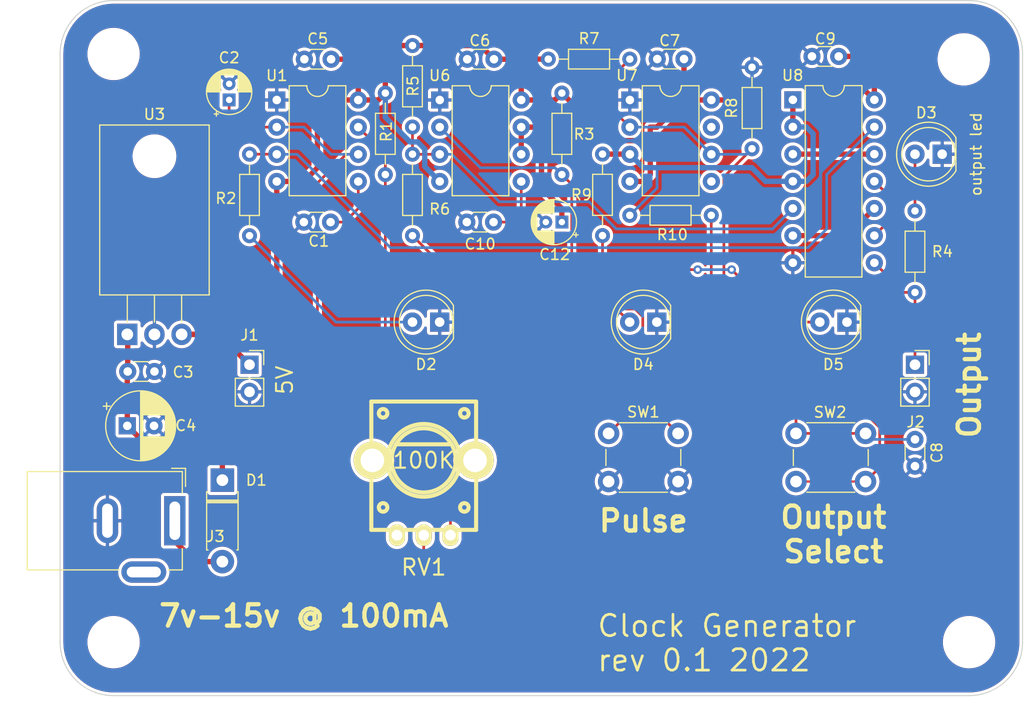
<source format=kicad_pcb>
(kicad_pcb (version 20220308) (generator pcbnew)
  (layers (0 "F.Cu" signal) (31 "B.Cu" signal) (34 "B.Paste" user) (35 "F.Paste" user) (36 "B.SilkS" user "B.Silkscreen") (37 "F.SilkS" user "F.Silkscreen") (38 "B.Mask" user) (39 "F.Mask" user) (44 "Edge.Cuts" user))
  (net 0 "")
  (net 1 "GND")
  (net 2 "Net-(U1-CV)")
  (net 3 "Net-(U1-THR)")
  (net 4 "Net-(D4-A)")
  (net 5 "+5V")
  (net 6 "/clock_out")
  (net 7 "/manual_out")
  (net 8 "/select_pulse")
  (net 9 "/output")
  (net 10 "VCC")
  (net 11 "Net-(U1-DIS)")
  (net 12 "Net-(C8-Pad1)")
  (net 13 "Net-(D1-K)")
  (net 14 "Net-(U6-CV)")
  (net 15 "Net-(U6-DIS)")
  (net 18 "Net-(D2-A)")
  (net 20 "Net-(U6-TR)")
  (net 22 "Net-(D5-A)")
  (net 23 "Net-(U8-Pad12)")
  (net 24 "Net-(U8-Pad10)")
  (net 25 "Net-(U8-Pad11)")
  (net 26 "Net-(D3-A)")
  (net 27 "Net-(U7-THR)")
  (footprint "Resistor_THT:R_Axial_DIN0204_L3.6mm_D1.6mm_P7.62mm_Horizontal" (layer "F.Cu") (at 125.72 39.36 -90)
    (fp_text reference "R9" (at 3.81 1.97 -180) (layer "F.SilkS"))
    (fp_text value "1K")
    (pad "1" thru_hole circle (at 0 0 270) (size 1.4 1.4) (drill 0.7) (layers *.Cu *.Mask) (net 8 "/select_pulse"))
    (pad "2" thru_hole oval (at 7.62 0 270) (size 1.4 1.4) (drill 0.7) (layers *.Cu *.Mask) (net 22 "Net-(D5-A)"))
  )
  (footprint "Button_Switch_THT:SW_PUSH_6mm_H5mm" (layer "F.Cu") (at 150.316 69.98 180)
    (fp_text reference "SW2" (at 3.316 6.48) (layer "F.SilkS"))
    (fp_text value "SW_Push")
    (pad "1" thru_hole circle (at 0 0 270) (size 2 2) (drill 1.1) (layers *.Cu *.Mask) (net 27 "Net-(U7-THR)"))
    (pad "1" thru_hole circle (at 6.5 0 270) (size 2 2) (drill 1.1) (layers *.Cu *.Mask) (net 27 "Net-(U7-THR)"))
    (pad "2" thru_hole circle (at 0 4.5 270) (size 2 2) (drill 1.1) (layers *.Cu *.Mask) (net 12 "Net-(C8-Pad1)"))
    (pad "2" thru_hole circle (at 6.5 4.5 270) (size 2 2) (drill 1.1) (layers *.Cu *.Mask) (net 12 "Net-(C8-Pad1)"))
  )
  (footprint "Package_TO_SOT_THT:TO-220-3_Horizontal_TabDown" (layer "F.Cu") (at 81.28 56.22)
    (fp_text reference "U3" (at 2.54 -20.58) (layer "F.SilkS"))
    (fp_text value "L7805_J")
    (pad "" np_thru_hole oval (at 2.54 -16.66) (size 3.5 3.5) (drill 3.5) (layers *.Cu *.Mask))
    (pad "1" thru_hole rect (at 0 0) (size 1.905 2) (drill 1.1) (layers *.Cu *.Mask) (net 13 "Net-(D1-K)"))
    (pad "2" thru_hole oval (at 2.54 0) (size 1.905 2) (drill 1.1) (layers *.Cu *.Mask) (net 1 "GND"))
    (pad "3" thru_hole oval (at 5.08 0) (size 1.905 2) (drill 1.1) (layers *.Cu *.Mask) (net 5 "+5V"))
  )
  (footprint "Capacitor_THT:CP_Radial_D4.0mm_P1.50mm" (layer "F.Cu") (at 90.805 34.29 90)
    (fp_text reference "C2" (at 3.937 0) (layer "F.SilkS"))
    (fp_text value "4.7uF")
    (pad "1" thru_hole rect (at 0 0 90) (size 1.2 1.2) (drill 0.6) (layers *.Cu *.Mask) (net 3 "Net-(U1-THR)"))
    (pad "2" thru_hole circle (at 1.5 0 90) (size 1.2 1.2) (drill 0.6) (layers *.Cu *.Mask) (net 1 "GND"))
  )
  (footprint "LED_THT:LED_D5.0mm" (layer "F.Cu") (at 110.49 55.07 180)
    (fp_text reference "D2" (at 1.27 -3.96) (layer "F.SilkS"))
    (fp_text value "LED")
    (pad "1" thru_hole rect (at 0 0 180) (size 1.8 1.8) (drill 0.9) (layers *.Cu *.Mask) (net 1 "GND"))
    (pad "2" thru_hole circle (at 2.54 0 180) (size 1.8 1.8) (drill 0.9) (layers *.Cu *.Mask) (net 18 "Net-(D2-A)"))
  )
  (footprint "MountingHole:MountingHole_4.3mm_M4" (layer "F.Cu") (at 159.5 30.5)
    (fp_text reference "H3" hide)
    (fp_text value "MountingHole")
    (pad "" np_thru_hole circle (at 0 0) (size 4.3 4.3) (drill 4.3) (layers *.Cu *.Mask))
  )
  (footprint "Capacitor_THT:C_Disc_D3.0mm_W1.6mm_P2.50mm" (layer "F.Cu") (at 115.53 45.72 180)
    (fp_text reference "C10" (at 1.25 -2.05) (layer "F.SilkS"))
    (fp_text value "0.01uF")
    (pad "1" thru_hole circle (at 0 0 180) (size 1.6 1.6) (drill 0.8) (layers *.Cu *.Mask) (net 14 "Net-(U6-CV)"))
    (pad "2" thru_hole circle (at 2.5 0 180) (size 1.6 1.6) (drill 0.8) (layers *.Cu *.Mask) (net 1 "GND"))
  )
  (footprint "Resistor_THT:R_Axial_DIN0204_L3.6mm_D1.6mm_P7.62mm_Horizontal" (layer "F.Cu") (at 128.27 45.085)
    (fp_text reference "R10" (at 3.98 1.81) (layer "F.SilkS"))
    (fp_text value "51K")
    (pad "1" thru_hole circle (at 0 0) (size 1.4 1.4) (drill 0.7) (layers *.Cu *.Mask) (net 8 "/select_pulse"))
    (pad "2" thru_hole oval (at 7.62 0) (size 1.4 1.4) (drill 0.7) (layers *.Cu *.Mask) (net 12 "Net-(C8-Pad1)"))
  )
  (footprint "MountingHole:MountingHole_4.3mm_M4" (layer "F.Cu") (at 80 85)
    (fp_text reference "H1" hide)
    (fp_text value "MountingHole")
    (pad "" np_thru_hole circle (at 0 0) (size 4.3 4.3) (drill 4.3) (layers *.Cu *.Mask))
  )
  (footprint "Connector_BarrelJack:BarrelJack_GCT_DCJ200-10-A_Horizontal" (layer "F.Cu") (at 85.725 73.645 -90)
    (fp_text reference "J3" (at 1.47 -3.81 -180) (layer "F.SilkS"))
    (fp_text value "DC Input")
    (pad "1" thru_hole rect (at 0 0 270) (size 4.6 2) (drill oval 3.6 1) (layers *.Cu *.Mask) (net 10 "VCC"))
    (pad "2" thru_hole oval (at 0 6.3 270) (size 4.2 2) (drill oval 3.2 1) (layers *.Cu *.Mask) (net 1 "GND"))
    (pad "3" thru_hole oval (at 4.8 2.9 270) (size 2 4.2) (drill oval 1 3.2) (layers *.Cu *.Mask))
  )
  (footprint "Capacitor_THT:C_Disc_D3.0mm_W1.6mm_P2.50mm" (layer "F.Cu") (at 100.34 30.49 180)
    (fp_text reference "C5" (at 1.25 1.905) (layer "F.SilkS"))
    (fp_text value ".1uF")
    (pad "1" thru_hole circle (at 0 0 180) (size 1.6 1.6) (drill 0.8) (layers *.Cu *.Mask) (net 5 "+5V"))
    (pad "2" thru_hole circle (at 2.5 0 180) (size 1.6 1.6) (drill 0.8) (layers *.Cu *.Mask) (net 1 "GND"))
  )
  (footprint "Resistor_THT:R_Axial_DIN0204_L3.6mm_D1.6mm_P7.62mm_Horizontal" (layer "F.Cu") (at 107.95 39.37 -90)
    (fp_text reference "R6" (at 5.13 -2.55 -180) (layer "F.SilkS"))
    (fp_text value "1K")
    (pad "1" thru_hole circle (at 0 0 270) (size 1.4 1.4) (drill 0.7) (layers *.Cu *.Mask) (net 7 "/manual_out"))
    (pad "2" thru_hole oval (at 7.62 0 270) (size 1.4 1.4) (drill 0.7) (layers *.Cu *.Mask) (net 4 "Net-(D4-A)"))
  )
  (footprint "Capacitor_THT:CP_Radial_D6.3mm_P2.50mm" (layer "F.Cu") (at 81.28 64.77)
    (fp_text reference "C3" (at 5.22 -5.02) (layer "F.SilkS"))
    (fp_text value "470")
    (pad "1" thru_hole rect (at 0 0) (size 1.6 1.6) (drill 0.8) (layers *.Cu *.Mask) (net 13 "Net-(D1-K)"))
    (pad "2" thru_hole circle (at 2.5 0) (size 1.6 1.6) (drill 0.8) (layers *.Cu *.Mask) (net 1 "GND"))
  )
  (footprint "Package_DIP:DIP-8_W7.62mm" (layer "F.Cu") (at 110.5 34.3)
    (fp_text reference "U6" (at 0 -2.286) (layer "F.SilkS"))
    (fp_text value "NE555P")
    (pad "1" thru_hole rect (at 0 0) (size 1.6 1.6) (drill 0.8) (layers *.Cu *.Mask) (net 1 "GND"))
    (pad "2" thru_hole oval (at 0 2.54) (size 1.6 1.6) (drill 0.8) (layers *.Cu *.Mask) (net 20 "Net-(U6-TR)"))
    (pad "3" thru_hole oval (at 0 5.08) (size 1.6 1.6) (drill 0.8) (layers *.Cu *.Mask) (net 7 "/manual_out"))
    (pad "4" thru_hole oval (at 0 7.62) (size 1.6 1.6) (drill 0.8) (layers *.Cu *.Mask) (net 5 "+5V"))
    (pad "5" thru_hole oval (at 7.62 7.62) (size 1.6 1.6) (drill 0.8) (layers *.Cu *.Mask) (net 14 "Net-(U6-CV)"))
    (pad "6" thru_hole oval (at 7.62 5.08) (size 1.6 1.6) (drill 0.8) (layers *.Cu *.Mask) (net 15 "Net-(U6-DIS)"))
    (pad "7" thru_hole oval (at 7.62 2.54) (size 1.6 1.6) (drill 0.8) (layers *.Cu *.Mask) (net 15 "Net-(U6-DIS)"))
    (pad "8" thru_hole oval (at 7.62 0) (size 1.6 1.6) (drill 0.8) (layers *.Cu *.Mask) (net 5 "+5V"))
  )
  (footprint "Resistor_THT:R_Axial_DIN0204_L3.6mm_D1.6mm_P7.62mm_Horizontal" (layer "F.Cu") (at 120.65 30.48)
    (fp_text reference "R7" (at 3.81 -1.92) (layer "F.SilkS"))
    (fp_text value "10K")
    (pad "1" thru_hole circle (at 0 0) (size 1.4 1.4) (drill 0.7) (layers *.Cu *.Mask) (net 5 "+5V"))
    (pad "2" thru_hole oval (at 7.62 0) (size 1.4 1.4) (drill 0.7) (layers *.Cu *.Mask) (net 27 "Net-(U7-THR)"))
  )
  (footprint "Capacitor_THT:C_Disc_D3.0mm_W1.6mm_P2.50mm" (layer "F.Cu") (at 154.94 66.04 -90)
    (fp_text reference "C8" (at 1.25 -2.05 90) (layer "F.SilkS"))
    (fp_text value "1uF")
    (pad "1" thru_hole circle (at 0 0 270) (size 1.6 1.6) (drill 0.8) (layers *.Cu *.Mask) (net 12 "Net-(C8-Pad1)"))
    (pad "2" thru_hole circle (at 2.5 0 270) (size 1.6 1.6) (drill 0.8) (layers *.Cu *.Mask) (net 1 "GND"))
  )
  (footprint "Resistor_THT:R_Axial_DIN0204_L3.6mm_D1.6mm_P7.62mm_Horizontal" (layer "F.Cu") (at 92.71 39.37 -90)
    (fp_text reference "R2" (at 4.13 2.21 -180) (layer "F.SilkS"))
    (fp_text value "1K")
    (pad "1" thru_hole circle (at 0 0 270) (size 1.4 1.4) (drill 0.7) (layers *.Cu *.Mask) (net 6 "/clock_out"))
    (pad "2" thru_hole oval (at 7.62 0 270) (size 1.4 1.4) (drill 0.7) (layers *.Cu *.Mask) (net 18 "Net-(D2-A)"))
  )
  (footprint "Resistor_THT:R_Axial_DIN0204_L3.6mm_D1.6mm_P7.62mm_Horizontal" (layer "F.Cu") (at 154.94 52.295 90)
    (fp_text reference "R4" (at 3.81 2.56 180) (layer "F.SilkS"))
    (fp_text value "1K")
    (pad "1" thru_hole circle (at 0 0 90) (size 1.4 1.4) (drill 0.7) (layers *.Cu *.Mask) (net 9 "/output"))
    (pad "2" thru_hole oval (at 7.62 0 90) (size 1.4 1.4) (drill 0.7) (layers *.Cu *.Mask) (net 26 "Net-(D3-A)"))
  )
  (footprint "Connector_PinSocket_2.54mm:PinSocket_1x02_P2.54mm_Vertical" (layer "F.Cu") (at 92.71 59.055)
    (fp_text reference "J1" (at 0 -2.77) (layer "F.SilkS"))
    (fp_text value "Vin" hide)
    (pad "1" thru_hole rect locked (at 0 0) (size 1.7 1.7) (drill 1) (layers *.Cu *.Mask) (net 5 "+5V"))
    (pad "2" thru_hole oval locked (at 0 2.54) (size 1.7 1.7) (drill 1) (layers *.Cu *.Mask) (net 1 "GND"))
  )
  (footprint "Capacitor_THT:C_Disc_D3.0mm_W1.6mm_P2.50mm" (layer "F.Cu") (at 147.808 30.226 180)
    (fp_text reference "C9" (at 1.25 1.651) (layer "F.SilkS"))
    (fp_text value ".1uF")
    (pad "1" thru_hole circle (at 0 0 180) (size 1.6 1.6) (drill 0.8) (layers *.Cu *.Mask) (net 5 "+5V"))
    (pad "2" thru_hole circle (at 2.5 0 180) (size 1.6 1.6) (drill 0.8) (layers *.Cu *.Mask) (net 1 "GND"))
  )
  (footprint "Package_DIP:DIP-8_W7.62mm" (layer "F.Cu") (at 128.28 34.3)
    (fp_text reference "U7" (at -0.28 -2.3) (layer "F.SilkS"))
    (fp_text value "NE555P")
    (pad "1" thru_hole rect (at 0 0) (size 1.6 1.6) (drill 0.8) (layers *.Cu *.Mask) (net 1 "GND"))
    (pad "2" thru_hole oval (at 0 2.54) (size 1.6 1.6) (drill 0.8) (layers *.Cu *.Mask) (net 27 "Net-(U7-THR)"))
    (pad "3" thru_hole oval (at 0 5.08) (size 1.6 1.6) (drill 0.8) (layers *.Cu *.Mask) (net 8 "/select_pulse"))
    (pad "4" thru_hole oval (at 0 7.62) (size 1.6 1.6) (drill 0.8) (layers *.Cu *.Mask) (net 5 "+5V"))
    (pad "5" thru_hole oval (at 7.62 7.62) (size 1.6 1.6) (drill 0.8) (layers *.Cu *.Mask))
    (pad "6" thru_hole oval (at 7.62 5.08) (size 1.6 1.6) (drill 0.8) (layers *.Cu *.Mask) (net 27 "Net-(U7-THR)"))
    (pad "7" thru_hole oval (at 7.62 2.54) (size 1.6 1.6) (drill 0.8) (layers *.Cu *.Mask))
    (pad "8" thru_hole oval (at 7.62 0) (size 1.6 1.6) (drill 0.8) (layers *.Cu *.Mask) (net 5 "+5V"))
  )
  (footprint "Resistor_THT:R_Axial_DIN0204_L3.6mm_D1.6mm_P7.62mm_Horizontal" (layer "F.Cu") (at 107.95 29.21 -90)
    (fp_text reference "R5" (at 3.79 -0.05 90) (layer "F.SilkS"))
    (fp_text value "51K")
    (pad "1" thru_hole circle (at 0 0 270) (size 1.4 1.4) (drill 0.7) (layers *.Cu *.Mask) (net 5 "+5V"))
    (pad "2" thru_hole oval (at 7.62 0 270) (size 1.4 1.4) (drill 0.7) (layers *.Cu *.Mask) (net 7 "/manual_out"))
  )
  (footprint "w_pth_resistors:trimmer_alps-rk09k1130ah1" (layer "F.Cu") (at 109 68)
    (fp_text reference "RV1" (at 0 9.99998) (layer "F.SilkS") (effects (font (size 1.50114 1.50114) (thickness 0.20066))))
    (fp_text value "100K" (at 0 0) (layer "F.SilkS") (effects (font (size 1.50114 1.50114) (thickness 0.20066))))
    (pad "" thru_hole circle locked (at -4.8 0) (size 3.5 3.5) (drill 2.2) (layers *.Cu *.Mask "F.SilkS"))
    (pad "" thru_hole circle locked (at 4.8 0) (size 3.5 3.5) (drill 2.2) (layers *.Cu *.Mask "F.SilkS"))
    (pad "1" thru_hole oval locked (at -2.5 7) (size 1.5 2) (drill 1) (layers *.Cu *.Mask "F.SilkS"))
    (pad "2" thru_hole oval locked (at 0 7) (size 1.5 2) (drill 1) (layers *.Cu *.Mask "F.SilkS") (net 3 "Net-(U1-THR)"))
    (pad "3" thru_hole oval locked (at 2.5 7) (size 1.5 2) (drill 1) (layers *.Cu *.Mask "F.SilkS") (net 11 "Net-(U1-DIS)"))
  )
  (footprint "LED_THT:LED_D5.0mm" (layer "F.Cu") (at 148.58 55.07 180)
    (fp_text reference "D5" (at 1.27 -3.96) (layer "F.SilkS"))
    (fp_text value "LED")
    (pad "1" thru_hole rect (at 0 0 180) (size 1.8 1.8) (drill 0.9) (layers *.Cu *.Mask) (net 1 "GND"))
    (pad "2" thru_hole circle (at 2.54 0 180) (size 1.8 1.8) (drill 0.9) (layers *.Cu *.Mask) (net 22 "Net-(D5-A)"))
  )
  (footprint "Button_Switch_THT:SW_PUSH_6mm_H5mm" (layer "F.Cu") (at 126.29 65.48)
    (fp_text reference "SW1" (at 3.25 -2) (layer "F.SilkS"))
    (fp_text value "SW_Push")
    (pad "1" thru_hole circle (at 0 0 90) (size 2 2) (drill 1.1) (layers *.Cu *.Mask) (net 20 "Net-(U6-TR)"))
    (pad "1" thru_hole circle (at 6.5 0 90) (size 2 2) (drill 1.1) (layers *.Cu *.Mask) (net 20 "Net-(U6-TR)"))
    (pad "2" thru_hole circle (at 0 4.5 90) (size 2 2) (drill 1.1) (layers *.Cu *.Mask) (net 1 "GND"))
    (pad "2" thru_hole circle (at 6.5 4.5 90) (size 2 2) (drill 1.1) (layers *.Cu *.Mask) (net 1 "GND"))
  )
  (footprint "Diode_THT:D_DO-41_SOD81_P7.62mm_Horizontal" (layer "F.Cu") (at 90.17 69.85 -90)
    (fp_text reference "D1" (at 0 -3.175 -180) (layer "F.SilkS"))
    (fp_text value "1N4007")
    (pad "1" thru_hole rect (at 0 0 270) (size 2.2 2.2) (drill 1.1) (layers *.Cu *.Mask) (net 13 "Net-(D1-K)"))
    (pad "2" thru_hole oval (at 7.62 0 270) (size 2.2 2.2) (drill 1.1) (layers *.Cu *.Mask) (net 10 "VCC"))
  )
  (footprint "Package_DIP:DIP-14_W7.62mm" (layer "F.Cu") (at 143.52 34.285)
    (fp_text reference "U8" (at -0.02 -2.285) (layer "F.SilkS"))
    (fp_text value "7400")
    (pad "1" thru_hole rect (at 0 0) (size 1.6 1.6) (drill 0.8) (layers *.Cu *.Mask) (net 8 "/select_pulse"))
    (pad "2" thru_hole oval (at 0 2.54) (size 1.6 1.6) (drill 0.8) (layers *.Cu *.Mask) (net 8 "/select_pulse"))
    (pad "3" thru_hole oval (at 0 5.08) (size 1.6 1.6) (drill 0.8) (layers *.Cu *.Mask) (net 23 "Net-(U8-Pad12)"))
    (pad "4" thru_hole oval (at 0 7.62) (size 1.6 1.6) (drill 0.8) (layers *.Cu *.Mask) (net 8 "/select_pulse"))
    (pad "5" thru_hole oval (at 0 10.16) (size 1.6 1.6) (drill 0.8) (layers *.Cu *.Mask) (net 7 "/manual_out"))
    (pad "6" thru_hole oval (at 0 12.7) (size 1.6 1.6) (drill 0.8) (layers *.Cu *.Mask) (net 24 "Net-(U8-Pad10)"))
    (pad "7" thru_hole oval (at 0 15.24) (size 1.6 1.6) (drill 0.8) (layers *.Cu *.Mask) (net 1 "GND"))
    (pad "8" thru_hole oval (at 7.62 15.24) (size 1.6 1.6) (drill 0.8) (layers *.Cu *.Mask) (net 9 "/output"))
    (pad "9" thru_hole oval (at 7.62 12.7) (size 1.6 1.6) (drill 0.8) (layers *.Cu *.Mask) (net 25 "Net-(U8-Pad11)"))
    (pad "10" thru_hole oval (at 7.62 10.16) (size 1.6 1.6) (drill 0.8) (layers *.Cu *.Mask) (net 24 "Net-(U8-Pad10)"))
    (pad "11" thru_hole oval (at 7.62 7.62) (size 1.6 1.6) (drill 0.8) (layers *.Cu *.Mask) (net 25 "Net-(U8-Pad11)"))
    (pad "12" thru_hole oval (at 7.62 5.08) (size 1.6 1.6) (drill 0.8) (layers *.Cu *.Mask) (net 23 "Net-(U8-Pad12)"))
    (pad "13" thru_hole oval (at 7.62 2.54) (size 1.6 1.6) (drill 0.8) (layers *.Cu *.Mask) (net 6 "/clock_out"))
    (pad "14" thru_hole oval (at 7.62 0) (size 1.6 1.6) (drill 0.8) (layers *.Cu *.Mask) (net 5 "+5V"))
  )
  (footprint "MountingHole:MountingHole_4.3mm_M4" (layer "F.Cu") (at 80 30)
    (fp_text reference "H4" hide)
    (fp_text value "MountingHole")
    (pad "" np_thru_hole circle (at 0 0) (size 4.3 4.3) (drill 4.3) (layers *.Cu *.Mask))
  )
  (footprint "Capacitor_THT:C_Disc_D3.0mm_W1.6mm_P2.50mm" (layer "F.Cu") (at 97.79 45.72)
    (fp_text reference "C1" (at 1.397 1.778) (layer "F.SilkS"))
    (fp_text value "0.01uF")
    (pad "1" thru_hole circle (at 0 0) (size 1.6 1.6) (drill 0.8) (layers *.Cu *.Mask) (net 1 "GND"))
    (pad "2" thru_hole circle (at 2.5 0) (size 1.6 1.6) (drill 0.8) (layers *.Cu *.Mask) (net 2 "Net-(U1-CV)"))
  )
  (footprint "Connector_PinSocket_2.54mm:PinSocket_1x02_P2.54mm_Vertical" (layer "F.Cu") (at 154.94 59.055)
    (fp_text reference "J2" (at 0.06 5.35) (layer "F.SilkS"))
    (fp_text value "Clock output")
    (pad "1" thru_hole rect (at 0 0) (size 1.7 1.7) (drill 1) (layers *.Cu *.Mask) (net 9 "/output"))
    (pad "2" thru_hole oval (at 0 2.54) (size 1.7 1.7) (drill 1) (layers *.Cu *.Mask) (net 1 "GND"))
  )
  (footprint "Capacitor_THT:C_Disc_D3.0mm_W1.6mm_P2.50mm" (layer "F.Cu") (at 133.34 30.47 180)
    (fp_text reference "C7" (at 1.34 1.72) (layer "F.SilkS"))
    (fp_text value ".1uF")
    (pad "1" thru_hole circle (at 0 0 180) (size 1.6 1.6) (drill 0.8) (layers *.Cu *.Mask) (net 5 "+5V"))
    (pad "2" thru_hole circle (at 2.5 0 180) (size 1.6 1.6) (drill 0.8) (layers *.Cu *.Mask) (net 1 "GND"))
  )
  (footprint "Package_DIP:DIP-8_W7.62mm" (layer "F.Cu") (at 95.26 34.3)
    (fp_text reference "U1" (at 0 -2.286) (layer "F.SilkS"))
    (fp_text value "NE555P")
    (pad "1" thru_hole rect (at 0 0) (size 1.6 1.6) (drill 0.8) (layers *.Cu *.Mask) (net 1 "GND"))
    (pad "2" thru_hole oval (at 0 2.54) (size 1.6 1.6) (drill 0.8) (layers *.Cu *.Mask) (net 3 "Net-(U1-THR)"))
    (pad "3" thru_hole oval (at 0 5.08) (size 1.6 1.6) (drill 0.8) (layers *.Cu *.Mask) (net 6 "/clock_out"))
    (pad "4" thru_hole oval (at 0 7.62) (size 1.6 1.6) (drill 0.8) (layers *.Cu *.Mask) (net 5 "+5V"))
    (pad "5" thru_hole oval (at 7.62 7.62) (size 1.6 1.6) (drill 0.8) (layers *.Cu *.Mask) (net 2 "Net-(U1-CV)"))
    (pad "6" thru_hole oval (at 7.62 5.08) (size 1.6 1.6) (drill 0.8) (layers *.Cu *.Mask) (net 3 "Net-(U1-THR)"))
    (pad "7" thru_hole oval (at 7.62 2.54) (size 1.6 1.6) (drill 0.8) (layers *.Cu *.Mask) (net 11 "Net-(U1-DIS)"))
    (pad "8" thru_hole oval (at 7.62 0) (size 1.6 1.6) (drill 0.8) (layers *.Cu *.Mask) (net 5 "+5V"))
  )
  (footprint "Capacitor_THT:C_Disc_D3.0mm_W1.6mm_P2.50mm" (layer "F.Cu") (at 83.82 59.69 180)
    (fp_text reference "C4" (at -2.93 -5.06) (layer "F.SilkS"))
    (fp_text value ".33uF")
    (pad "1" thru_hole circle (at 0 0 180) (size 1.6 1.6) (drill 0.8) (layers *.Cu *.Mask) (net 1 "GND"))
    (pad "2" thru_hole circle (at 2.5 0 180) (size 1.6 1.6) (drill 0.8) (layers *.Cu *.Mask) (net 13 "Net-(D1-K)"))
  )
  (footprint "Capacitor_THT:CP_Radial_D4.0mm_P1.50mm" (layer "F.Cu") (at 121.92 45.72 180)
    (fp_text reference "C12" (at 0.67 -3.03 180) (layer "F.SilkS"))
    (fp_text value "4.7uF")
    (pad "1" thru_hole rect (at 0 0 180) (size 1.2 1.2) (drill 0.6) (layers *.Cu *.Mask) (net 15 "Net-(U6-DIS)"))
    (pad "2" thru_hole circle (at 1.5 0 180) (size 1.2 1.2) (drill 0.6) (layers *.Cu *.Mask) (net 1 "GND"))
  )
  (footprint "MountingHole:MountingHole_4.3mm_M4" (layer "F.Cu") (at 160 85)
    (fp_text reference "H2" hide)
    (fp_text value "MountingHole")
    (pad "" np_thru_hole circle (at 0 0) (size 4.3 4.3) (drill 4.3) (layers *.Cu *.Mask))
  )
  (footprint "Resistor_THT:R_Axial_DIN0204_L3.6mm_D1.6mm_P7.62mm_Horizontal" (layer "F.Cu") (at 121.92 41.275 90)
    (fp_text reference "R3" (at 3.775 2.08 180) (layer "F.SilkS"))
    (fp_text value "1K")
    (pad "1" thru_hole circle (at 0 0 90) (size 1.4 1.4) (drill 0.7) (layers *.Cu *.Mask) (net 20 "Net-(U6-TR)"))
    (pad "2" thru_hole oval (at 7.62 0 90) (size 1.4 1.4) (drill 0.7) (layers *.Cu *.Mask) (net 5 "+5V"))
  )
  (footprint "LED_THT:LED_D5.0mm" (layer "F.Cu") (at 157.48 39.37 180)
    (fp_text reference "D3" (at 1.48 3.87) (layer "F.SilkS"))
    (fp_text value "LED")
    (pad "1" thru_hole rect (at 0 0 180) (size 1.8 1.8) (drill 0.9) (layers *.Cu *.Mask) (net 1 "GND"))
    (pad "2" thru_hole circle (at 2.54 0 180) (size 1.8 1.8) (drill 0.9) (layers *.Cu *.Mask) (net 26 "Net-(D3-A)"))
  )
  (footprint "Resistor_THT:R_Axial_DIN0204_L3.6mm_D1.6mm_P7.62mm_Horizontal" (layer "F.Cu") (at 105.41 33.655 -90)
    (fp_text reference "R1" (at 3.595 -0.09 90) (layer "F.SilkS"))
    (fp_text value "1K")
    (pad "1" thru_hole circle (at 0 0 270) (size 1.4 1.4) (drill 0.7) (layers *.Cu *.Mask) (net 5 "+5V"))
    (pad "2" thru_hole oval (at 7.62 0 270) (size 1.4 1.4) (drill 0.7) (layers *.Cu *.Mask) (net 11 "Net-(U1-DIS)"))
  )
  (footprint "Resistor_THT:R_Axial_DIN0204_L3.6mm_D1.6mm_P7.62mm_Horizontal" (layer "F.Cu") (at 139.7 38.862 90)
    (fp_text reference "R8" (at 3.81 -1.92 90) (layer "F.SilkS"))
    (fp_text value "10K")
    (pad "1" thru_hole circle (at 0 0 90) (size 1.4 1.4) (drill 0.7) (layers *.Cu *.Mask) (net 27 "Net-(U7-THR)"))
    (pad "2" thru_hole oval (at 7.62 0 90) (size 1.4 1.4) (drill 0.7) (layers *.Cu *.Mask) (net 1 "GND"))
  )
  (footprint "Capacitor_THT:C_Disc_D3.0mm_W1.6mm_P2.50mm" (layer "F.Cu") (at 115.57 30.49 180)
    (fp_text reference "C6" (at 1.32 1.74) (layer "F.SilkS"))
    (fp_text value ".1uF")
    (pad "1" thru_hole circle (at 0 0 180) (size 1.6 1.6) (drill 0.8) (layers *.Cu *.Mask) (net 5 "+5V"))
    (pad "2" thru_hole circle (at 2.5 0 180) (size 1.6 1.6) (drill 0.8) (layers *.Cu *.Mask) (net 1 "GND"))
  )
  (footprint "LED_THT:LED_D5.0mm" (layer "F.Cu") (at 130.8 55.07 180)
    (fp_text reference "D4" (at 1.27 -3.96) (layer "F.SilkS"))
    (fp_text value "LED")
    (pad "1" thru_hole rect (at 0 0 180) (size 1.8 1.8) (drill 0.9) (layers *.Cu *.Mask) (net 1 "GND"))
    (pad "2" thru_hole circle (at 2.54 0 180) (size 1.8 1.8) (drill 0.9) (layers *.Cu *.Mask) (net 4 "Net-(D4-A)"))
  )
  (gr_line (start 75 85) (end 75 85) (stroke (width 0.1)) (layer "Edge.Cuts"))
  (gr_arc (start 75 30) (mid 76.464466 26.464466) (end 80 25) (stroke (width 0.1)) (layer "Edge.Cuts"))
  (gr_line (start 165 85) (end 165 85) (stroke (width 0.1)) (layer "Edge.Cuts"))
  (gr_line (start 80 90) (end 160 90) (stroke (width 0.1)) (layer "Edge.Cuts"))
  (gr_arc (start 165 85) (mid 163.535534 88.535534) (end 160 90) (stroke (width 0.1)) (layer "Edge.Cuts"))
  (gr_line (start 160 25) (end 80 25) (stroke (width 0.1)) (layer "Edge.Cuts"))
  (gr_arc (start 160 25) (mid 163.535534 26.464466) (end 165 30) (stroke (width 0.1)) (layer "Edge.Cuts"))
  (gr_arc (start 80 90) (mid 76.464466 88.535534) (end 75 85) (stroke (width 0.1)) (layer "Edge.Cuts"))
  (gr_line (start 165 85) (end 165 30) (stroke (width 0.1)) (layer "Edge.Cuts"))
  (gr_line (start 75 30) (end 75 85) (stroke (width 0.1)) (layer "Edge.Cuts"))
  (gr_text "5V" (at 96 60.5 90) (layer "F.SilkS") (effects (font (size 1.5 1.5) (thickness 0.1875))))
  (gr_text "7v-15v @ 100mA" (at 97.79 82.55) (layer "F.SilkS") (effects (font (size 2 2) (thickness 0.4) bold)))
  (gr_text "output led" (at 160.655 39.37 90) (layer "F.SilkS") (effects (font (size 1 1))))
  (gr_text "Output\nSelect" (at 147.32 74.93) (layer "F.SilkS") (effects (font (size 2 2) (thickness 0.4) bold)))
  (gr_text "Clock Generator \nrev 0.1 2022" (at 125.095 85.09) (layer "F.SilkS") (effects (font (size 2 2) (thickness 0.25)) (justify left)))
  (gr_text "Pulse" (at 129.54 73.66) (layer "F.SilkS") (effects (font (size 2 2) (thickness 0.4) bold)))
  (gr_text "Output" (at 160.02 60.96 90) (layer "F.SilkS") (effects (font (size 2 2) (thickness 0.4) bold)))
  (segment (start 101.6 45.72) (end 102.88 44.44) (width 0.25) (layer "F.Cu") (net 2))
  (segment (start 100.29 45.72) (end 101.6 45.72) (width 0.25) (layer "F.Cu") (net 2))
  (segment (start 102.88 44.44) (end 102.88 41.92) (width 0.25) (layer "F.Cu") (net 2))
  (segment (start 99.06 42.06863) (end 99.06 76.2) (width 0.25) (layer "F.Cu") (net 3))
  (segment (start 109 75) (end 109 78.385) (width 0.25) (layer "F.Cu") (net 3))
  (segment (start 109 78.385) (end 108.645 78.74) (width 0.25) (layer "F.Cu") (net 3))
  (segment (start 90.805 35.56) (end 92.085 36.84) (width 0.25) (layer "F.Cu") (net 3))
  (segment (start 101.6 78.74) (end 108.645 78.74) (width 0.25) (layer "F.Cu") (net 3))
  (segment (start 99.06 76.2) (end 101.6 78.74) (width 0.25) (layer "F.Cu") (net 3))
  (segment (start 90.805 34.29) (end 90.805 35.56) (width 0.25) (layer "F.Cu") (net 3))
  (segment (start 101.74863 39.38) (end 99.06 42.06863) (width 0.25) (layer "F.Cu") (net 3))
  (segment (start 102.88 39.38) (end 101.74863 39.38) (width 0.25) (layer "F.Cu") (net 3))
  (segment (start 92.085 36.84) (end 95.26 36.84) (width 0.25) (layer "F.Cu") (net 3))
  (segment (start 95.26 36.84) (end 97.8 36.84) (width 0.25) (layer "B.Cu") (net 3))
  (segment (start 100.34 39.38) (end 102.88 39.38) (width 0.25) (layer "B.Cu") (net 3))
  (segment (start 97.8 36.84) (end 100.34 39.38) (width 0.25) (layer "B.Cu") (net 3))
  (segment (start 111.125 50.165) (end 123.355 50.165) (width 0.25) (layer "F.Cu") (net 4))
  (segment (start 107.95 46.99) (end 111.125 50.165) (width 0.25) (layer "F.Cu") (net 4))
  (segment (start 123.355 50.165) (end 128.26 55.07) (width 0.25) (layer "F.Cu") (net 4))
  (segment (start 128.28 41.92) (end 129.53 41.92) (width 0.5) (layer "F.Cu") (net 5))
  (segment (start 149.352 30.226) (end 151.14 32.014) (width 0.5) (layer "F.Cu") (net 5))
  (segment (start 133.34 34.3) (end 133.34 30.47) (width 0.5) (layer "F.Cu") (net 5))
  (segment (start 86.36 56.22) (end 89.875 56.22) (width 0.5) (layer "F.Cu") (net 5))
  (segment (start 116.85 30.49) (end 118.12 31.76) (width 0.5) (layer "F.Cu") (net 5))
  (segment (start 92.37 56.22) (end 92.71 55.88) (width 0.5) (layer "F.Cu") (net 5))
  (segment (start 142.24 32.385) (end 149.24 32.385) (width 0.5) (layer "F.Cu") (net 5))
  (segment (start 130.185 38.725) (end 130.185 36.84) (width 0.5) (layer "F.Cu") (net 5))
  (segment (start 95.26 53.33) (end 95.26 41.92) (width 0.5) (layer "F.Cu") (net 5))
  (segment (start 130.185 36.84) (end 130.8 36.84) (width 0.5) (layer "F.Cu") (net 5))
  (segment (start 86.36 56.22) (end 92.624 56.22) (width 0.5) (layer "F.Cu") (net 5))
  (segment (start 105.41 33.655) (end 105.41 30.48) (width 0.5) (layer "F.Cu") (net 5))
  (segment (start 126.365 38.1) (end 129.56 38.1) (width 0.5) (layer "F.Cu") (net 5))
  (segment (start 104.765 34.3) (end 105.41 33.655) (width 0.5) (layer "F.Cu") (net 5))
  (segment (start 95.26 53.33) (end 92.71 55.88) (width 0.5) (layer "F.Cu") (net 5))
  (segment (start 118.12 34.3) (end 121.275 34.3) (width 0.5) (layer "F.Cu") (net 5))
  (segment (start 99.06 35.8775) (end 100.6375 34.3) (width 0.5) (layer "F.Cu") (net 5))
  (segment (start 118.12 31.76) (end 118.12 34.3) (width 0.5) (layer "F.Cu") (net 5))
  (segment (start 129.53 41.92) (end 130.185 41.265) (width 0.5) (layer "F.Cu") (net 5))
  (segment (start 133.34 34.3) (end 135.9 34.3) (width 0.5) (layer "F.Cu") (net 5))
  (segment (start 106.68 29.21) (end 107.95 29.21) (width 0.5) (layer "F.Cu") (net 5))
  (segment (start 149.24 32.385) (end 151.14 34.285) (width 0.5) (layer "F.Cu") (net 5))
  (segment (start 119.4 30.48) (end 118.12 31.76) (width 0.5) (layer "F.Cu") (net 5))
  (segment (start 99.06 40.64) (end 99.06 35.8775) (width 0.5) (layer "F.Cu") (net 5))
  (segment (start 121.92 33.655) (end 126.365 38.1) (width 0.5) (layer "F.Cu") (net 5))
  (segment (start 120.65 30.48) (end 119.4 30.48) (width 0.5) (layer "F.Cu") (net 5))
  (segment (start 114.29 29.21) (end 115.57 30.49) (width 0.5) (layer "F.Cu") (net 5))
  (segment (start 135.9 34.3) (end 137.805 34.3) (width 0.5) (layer "F.Cu") (net 5))
  (segment (start 121.275 34.3) (end 121.92 33.655) (width 0.5) (layer "F.Cu") (net 5))
  (segment (start 130.185 41.265) (end 130.185 38.725) (width 0.5) (layer "F.Cu") (net 5))
  (segment (start 100.6375 34.3) (end 102.88 34.3) (width 0.5) (layer "F.Cu") (net 5))
  (segment (start 102.88 34.3) (end 104.765 34.3) (width 0.5) (layer "F.Cu") (net 5))
  (segment (start 107.95 29.21) (end 114.29 29.21) (width 0.5) (layer "F.Cu") (net 5))
  (segment (start 95.26 41.92) (end 97.78 41.92) (width 0.5) (layer "F.Cu") (net 5))
  (segment (start 129.56 38.1) (end 130.185 38.725) (width 0.5) (layer "F.Cu") (net 5))
  (segment (start 115.57 30.49) (end 116.85 30.49) (width 0.5) (layer "F.Cu") (net 5))
  (segment (start 92.624 56.22) (end 92.71 56.134) (width 0.5) (layer "F.Cu") (net 5))
  (segment (start 105.41 30.48) (end 106.68 29.21) (width 0.5) (layer "F.Cu") (net 5))
  (segment (start 97.78 41.92) (end 99.06 40.64) (width 0.5) (layer "F.Cu") (net 5))
  (segment (start 147.808 30.226) (end 149.352 30.226) (width 0.5) (layer "F.Cu") (net 5))
  (segment (start 101.61 30.49) (end 102.88 31.76) (width 0.5) (layer "F.Cu") (net 5))
  (segment (start 100.34 30.49) (end 101.61 30.49) (width 0.5) (layer "F.Cu") (net 5))
  (segment (start 137.805 34.3) (end 140.325 34.3) (width 0.5) (layer "F.Cu") (net 5))
  (segment (start 89.875 56.22) (end 92.71 59.055) (width 0.5) (layer "F.Cu") (net 5))
  (segment (start 130.8 36.84) (end 133.35 34.29) (width 0.5) (layer "F.Cu") (net 5))
  (segment (start 102.88 31.76) (end 102.88 34.3) (width 0.5) (layer "F.Cu") (net 5))
  (segment (start 140.325 34.3) (end 142.24 32.385) (width 0.5) (layer "F.Cu") (net 5))
  (segment (start 92.71 55.88) (end 92.71 56.134) (width 0.5) (layer "F.Cu") (net 5))
  (segment (start 151.14 32.014) (end 151.14 34.285) (width 0.5) (layer "F.Cu") (net 5))
  (segment (start 109.099511 38.893856) (end 108.426144 38.220489) (width 0.5) (layer "B.Cu") (net 5))
  (segment (start 105.41 35.915655) (end 105.41 33.655) (width 0.5) (layer "B.Cu") (net 5))
  (segment (start 110.5 41.92) (end 109.099511 40.519511) (width 0.5) (layer "B.Cu") (net 5))
  (segment (start 108.426144 38.220489) (end 107.714834 38.220489) (width 0.5) (layer "B.Cu") (net 5))
  (segment (start 109.099511 40.519511) (end 109.099511 38.893856) (width 0.5) (layer "B.Cu") (net 5))
  (segment (start 107.714834 38.220489) (end 105.41 35.915655) (width 0.5) (layer "B.Cu") (net 5))
  (segment (start 92.71 39.37) (end 95.25 39.37) (width 0.25) (layer "F.Cu") (net 6))
  (segment (start 95.25 39.37) (end 95.26 39.38) (width 0.25) (layer "F.Cu") (net 6))
  (segment (start 144.930489 48.109511) (end 105.894511 48.109511) (width 0.25) (layer "B.Cu") (net 6))
  (segment (start 97.165 39.38) (end 95.26 39.38) (width 0.25) (layer "B.Cu") (net 6))
  (segment (start 151.14 36.825) (end 146.685 41.28) (width 0.25) (layer "B.Cu") (net 6))
  (segment (start 105.894511 48.109511) (end 97.165 39.38) (width 0.25) (layer "B.Cu") (net 6))
  (segment (start 146.685 41.28) (end 146.685 46.355) (width 0.25) (layer "B.Cu") (net 6))
  (segment (start 146.685 46.355) (end 144.930489 48.109511) (width 0.25) (layer "B.Cu") (net 6))
  (segment (start 107.95 36.83) (end 107.95 39.37) (width 0.25) (layer "F.Cu") (net 7))
  (segment (start 107.96 39.38) (end 107.95 39.37) (width 0.25) (layer "F.Cu") (net 7))
  (segment (start 110.5 39.38) (end 107.96 39.38) (width 0.25) (layer "F.Cu") (net 7))
  (segment (start 141.61 46.355) (end 143.52 44.445) (width 0.25) (layer "B.Cu") (net 7))
  (segment (start 110.5 39.38) (end 111.63137 39.38) (width 0.25) (layer "B.Cu") (net 7))
  (segment (start 111.63137 39.38) (end 116.06637 43.815) (width 0.25) (layer "B.Cu") (net 7))
  (segment (start 116.06637 43.815) (end 124.46 43.815) (width 0.25) (layer "B.Cu") (net 7))
  (segment (start 124.46 43.815) (end 127 46.355) (width 0.25) (layer "B.Cu") (net 7))
  (segment (start 127 46.355) (end 141.61 46.355) (width 0.25) (layer "B.Cu") (net 7))
  (segment (start 128.26 39.36) (end 128.28 39.38) (width 0.5) (layer "F.Cu") (net 8))
  (segment (start 125.72 39.36) (end 128.26 39.36) (width 0.5) (layer "F.Cu") (net 8))
  (segment (start 143.52 34.285) (end 143.52 36.825) (width 0.5) (layer "F.Cu") (net 8))
  (segment (start 129.529511 40.629511) (end 130.820489 40.629511) (width 0.5) (layer "B.Cu") (net 8))
  (segment (start 130.820489 40.629511) (end 132.069511 40.629511) (width 0.5) (layer "B.Cu") (net 8))
  (segment (start 143.52 36.825) (end 144.775 36.825) (width 0.5) (layer "B.Cu") (net 8))
  (segment (start 128.27 45.085) (end 130.820489 42.534511) (width 0.25) (layer "B.Cu") (net 8))
  (segment (start 145.415 41.275) (end 144.785 41.905) (width 0.5) (layer "B.Cu") (net 8))
  (segment (start 130.820489 42.534511) (end 130.820489 40.629511) (width 0.25) (layer "B.Cu") (net 8))
  (segment (start 140.975 41.905) (end 143.52 41.905) (width 0.5) (layer "B.Cu") (net 8))
  (segment (start 144.775 36.825) (end 145.415 37.465) (width 0.5) (layer "B.Cu") (net 8))
  (segment (start 140.97 41.91) (end 140.975 41.905) (width 0.5) (layer "B.Cu") (net 8))
  (segment (start 145.415 37.465) (end 145.415 41.275) (width 0.5) (layer "B.Cu") (net 8))
  (segment (start 132.069511 40.629511) (end 139.689511 40.629511) (width 0.5) (layer "B.Cu") (net 8))
  (segment (start 139.689511 40.629511) (end 140.97 41.91) (width 0.5) (layer "B.Cu") (net 8))
  (segment (start 128.28 39.38) (end 129.529511 40.629511) (width 0.5) (layer "B.Cu") (net 8))
  (segment (start 144.785 41.905) (end 143.52 41.905) (width 0.5) (layer "B.Cu") (net 8))
  (segment (start 154.94 52.295) (end 154.94 59.055) (width 0.25) (layer "F.Cu") (net 9))
  (segment (start 151.14 49.525) (end 153.91 52.295) (width 0.25) (layer "F.Cu") (net 9))
  (segment (start 153.91 52.295) (end 154.94 52.295) (width 0.25) (layer "F.Cu") (net 9))
  (segment (start 85.725 73.645) (end 85.725 75.565) (width 0.5) (layer "F.Cu") (net 10))
  (segment (start 87.63 77.47) (end 90.17 77.47) (width 0.5) (layer "F.Cu") (net 10))
  (segment (start 85.725 75.565) (end 87.63 77.47) (width 0.5) (layer "F.Cu") (net 10))
  (segment (start 111.5 71.5) (end 111.5 75) (width 0.25) (layer "F.Cu") (net 11))
  (segment (start 110.5 64) (end 110.5 70.5) (width 0.25) (layer "F.Cu") (net 11))
  (segment (start 105.41 41.275) (end 105.41 58.91) (width 0.25) (layer "F.Cu") (net 11))
  (segment (start 105.41 39.37) (end 105.41 41.275) (width 0.25) (layer "F.Cu") (net 11))
  (segment (start 110.5 70.5) (end 111.5 71.5) (width 0.25) (layer "F.Cu") (net 11))
  (segment (start 105.41 58.91) (end 110.5 64) (width 0.25) (layer "F.Cu") (net 11))
  (segment (start 102.88 36.84) (end 105.41 39.37) (width 0.25) (layer "F.Cu") (net 11))
  (segment (start 135.89 53.34) (end 135.89 45.085) (width 0.25) (layer "F.Cu") (net 12))
  (segment (start 135.89 53.34) (end 143.816 61.266) (width 0.25) (layer "F.Cu") (net 12))
  (segment (start 143.816 65.48) (end 150.316 65.48) (width 0.25) (layer "F.Cu") (net 12))
  (segment (start 143.816 61.266) (end 143.816 65.48) (width 0.25) (layer "F.Cu") (net 12))
  (segment (start 150.876 66.04) (end 150.316 65.48) (width 0.25) (layer "B.Cu") (net 12))
  (segment (start 154.94 66.04) (end 150.876 66.04) (width 0.25) (layer "B.Cu") (net 12))
  (segment (start 84.455 67.945) (end 81.28 64.77) (width 0.5) (layer "F.Cu") (net 13))
  (segment (start 89.865 67.945) (end 84.455 67.945) (width 0.5) (layer "F.Cu") (net 13))
  (segment (start 90.17 68.25) (end 89.865 67.945) (width 0.5) (layer "F.Cu") (net 13))
  (segment (start 81.32 59.69) (end 81.32 56.26) (width 0.5) (layer "F.Cu") (net 13))
  (segment (start 81.32 56.26) (end 81.28 56.22) (width 0.5) (layer "F.Cu") (net 13))
  (segment (start 81.28 64.77) (end 81.28 59.73) (width 0.5) (layer "F.Cu") (net 13))
  (segment (start 90.17 69.85) (end 90.17 68.25) (width 0.5) (layer "F.Cu") (net 13))
  (segment (start 118.12 44.44) (end 118.12 41.92) (width 0.25) (layer "F.Cu") (net 14))
  (segment (start 116.84 45.72) (end 118.12 44.44) (width 0.25) (layer "F.Cu") (net 14))
  (segment (start 115.53 45.72) (end 116.84 45.72) (width 0.25) (layer "F.Cu") (net 14))
  (segment (start 119.39 36.84) (end 120.015 37.465) (width 0.5) (layer "F.Cu") (net 15))
  (segment (start 118.12 39.38) (end 118.12 36.84) (width 0.5) (layer "F.Cu") (net 15))
  (segment (start 120.015 37.465) (end 120.015 42.545) (width 0.5) (layer "F.Cu") (net 15))
  (segment (start 120.015 42.545) (end 121.92 44.45) (width 0.5) (layer "F.Cu") (net 15))
  (segment (start 121.92 44.45) (end 121.92 45.72) (width 0.5) (layer "F.Cu") (net 15))
  (segment (start 118.12 36.84) (end 119.39 36.84) (width 0.5) (layer "F.Cu") (net 15))
  (segment (start 100.79 55.07) (end 107.95 55.07) (width 0.25) (layer "B.Cu") (net 18))
  (segment (start 92.71 46.99) (end 100.79 55.07) (width 0.25) (layer "B.Cu") (net 18))
  (segment (start 129.484511 62.285489) (end 129.595489 62.285489) (width 0.25) (layer "F.Cu") (net 20))
  (segment (start 122.844511 48.727005) (end 123.587027 49.46952) (width 0.25) (layer "F.Cu") (net 20))
  (segment (start 129.595489 62.285489) (end 132.79 65.48) (width 0.25) (layer "F.Cu") (net 20))
  (segment (start 127.962996 53.845489) (end 128.76721 53.845489) (width 0.25) (layer "F.Cu") (net 20))
  (segment (start 122.844511 42.199511) (end 122.844511 48.727005) (width 0.25) (layer "F.Cu") (net 20))
  (segment (start 128.76721 53.845489) (end 129.484511 54.56279) (width 0.25) (layer "F.Cu") (net 20))
  (segment (start 123.587027 49.46952) (end 127.962996 53.845489) (width 0.25) (layer "F.Cu") (net 20))
  (segment (start 129.484511 62.285489) (end 126.29 65.48) (width 0.25) (layer "F.Cu") (net 20))
  (segment (start 129.484511 54.56279) (end 129.484511 62.285489) (width 0.25) (layer "F.Cu") (net 20))
  (segment (start 121.92 41.275) (end 122.844511 42.199511) (width 0.25) (layer "F.Cu") (net 20))
  (segment (start 121.285 40.64) (end 121.92 41.275) (width 0.25) (layer "B.Cu") (net 20))
  (segment (start 110.5 36.84) (end 114.3 40.64) (width 0.25) (layer "B.Cu") (net 20))
  (segment (start 114.3 40.64) (end 121.285 40.64) (width 0.25) (layer "B.Cu") (net 20))
  (segment (start 139.7 53.34) (end 141.43 55.07) (width 0.25) (layer "F.Cu") (net 22))
  (segment (start 133.985 50.165) (end 134.62 50.165) (width 0.25) (layer "F.Cu") (net 22))
  (segment (start 141.43 55.07) (end 146.04 55.07) (width 0.25) (layer "F.Cu") (net 22))
  (segment (start 125.72 46.98) (end 125.72 49.52) (width 0.25) (layer "F.Cu") (net 22))
  (segment (start 137.795 50.165) (end 139.7 52.07) (width 0.25) (layer "F.Cu") (net 22))
  (segment (start 126.365 50.165) (end 133.985 50.165) (width 0.25) (layer "F.Cu") (net 22))
  (segment (start 125.72 49.52) (end 126.365 50.165) (width 0.25) (layer "F.Cu") (net 22))
  (segment (start 139.7 52.07) (end 139.7 53.34) (width 0.25) (layer "F.Cu") (net 22))
  (via (at 137.795 50.165) (size 0.8) (drill 0.4) (layers "F.Cu" "B.Cu") (net 22))
  (via (at 134.62 50.165) (size 0.8) (drill 0.4) (layers "F.Cu" "B.Cu") (net 22))
  (segment (start 134.62 50.165) (end 137.795 50.165) (width 0.25) (layer "B.Cu") (net 22))
  (segment (start 143.52 39.365) (end 151.14 39.365) (width 0.5) (layer "F.Cu") (net 23))
  (segment (start 143.52 46.985) (end 148.6 46.985) (width 0.5) (layer "F.Cu") (net 24))
  (segment (start 148.6 46.985) (end 151.14 44.445) (width 0.5) (layer "F.Cu") (net 24))
  (segment (start 153.035 45.09) (end 151.14 46.985) (width 0.25) (layer "F.Cu") (net 25))
  (segment (start 151.14 41.905) (end 153.035 43.8) (width 0.25) (layer "F.Cu") (net 25))
  (segment (start 153.035 43.8) (end 153.035 45.09) (width 0.25) (layer "F.Cu") (net 25))
  (segment (start 154.94 39.37) (end 154.94 44.675) (width 0.25) (layer "F.Cu") (net 26))
  (segment (start 137.070489 53.504489) (end 139.954 56.388) (width 0.25) (layer "F.Cu") (net 27))
  (segment (start 137.070489 41.491511) (end 137.070489 53.504489) (width 0.25) (layer "F.Cu") (net 27))
  (segment (start 125.984 34.544) (end 128.28 36.84) (width 0.25) (layer "F.Cu") (net 27))
  (segment (start 128.27 30.48) (end 125.984 32.766) (width 0.25) (layer "F.Cu") (net 27))
  (segment (start 125.984 32.766) (end 125.984 34.544) (width 0.25) (layer "F.Cu") (net 27))
  (segment (start 151.640511 68.655489) (end 150.316 69.98) (width 0.25) (layer "F.Cu") (net 27))
  (segment (start 139.7 38.862) (end 137.070489 41.491511) (width 0.25) (layer "F.Cu") (net 27))
  (segment (start 143.816 69.98) (end 150.316 69.98) (width 0.2) (layer "F.Cu") (net 27))
  (segment (start 143.097143 56.388) (end 151.640511 64.931368) (width 0.25) (layer "F.Cu") (net 27))
  (segment (start 139.954 56.388) (end 143.097143 56.388) (width 0.25) (layer "F.Cu") (net 27))
  (segment (start 151.640511 64.931368) (end 151.640511 68.655489) (width 0.25) (layer "F.Cu") (net 27))
  (segment (start 135.9 39.38) (end 139.182 39.38) (width 0.25) (layer "B.Cu") (net 27))
  (segment (start 133.36 36.84) (end 135.9 39.38) (width 0.25) (layer "B.Cu") (net 27))
  (segment (start 139.182 39.38) (end 139.7 38.862) (width 0.25) (layer "B.Cu") (net 27))
  (segment (start 128.28 36.84) (end 133.36 36.84) (width 0.25) (layer "B.Cu") (net 27))
  (zone (net 1) (net_name "GND") (layers F&B.Cu) (connect_pads (clearance 0.3)) (min_thickness 0.25) (fill yes (thermal_gap 0.3) (thermal_bridge_width 0.3) (island_removal_mode 2) (island_area_min 10))
    (polygon (pts (xy 165 90) (xy 75 90) (xy 75 25) (xy 165 25)))
  )
)
</source>
